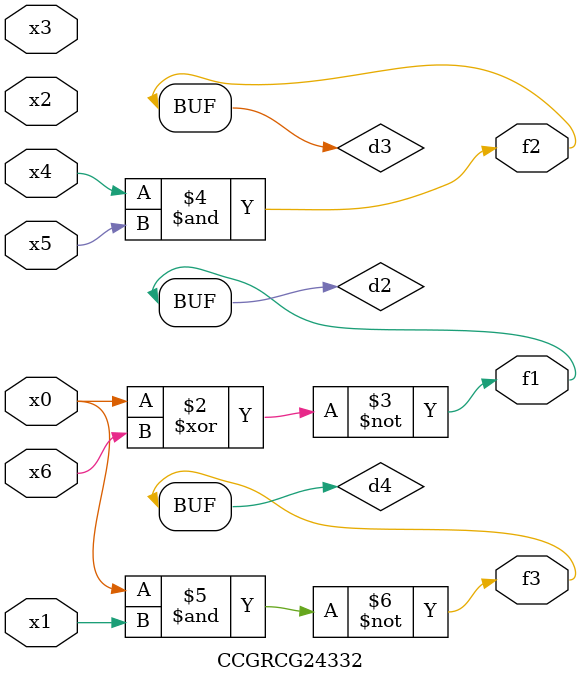
<source format=v>
module CCGRCG24332(
	input x0, x1, x2, x3, x4, x5, x6,
	output f1, f2, f3
);

	wire d1, d2, d3, d4;

	nor (d1, x0);
	xnor (d2, x0, x6);
	and (d3, x4, x5);
	nand (d4, x0, x1);
	assign f1 = d2;
	assign f2 = d3;
	assign f3 = d4;
endmodule

</source>
